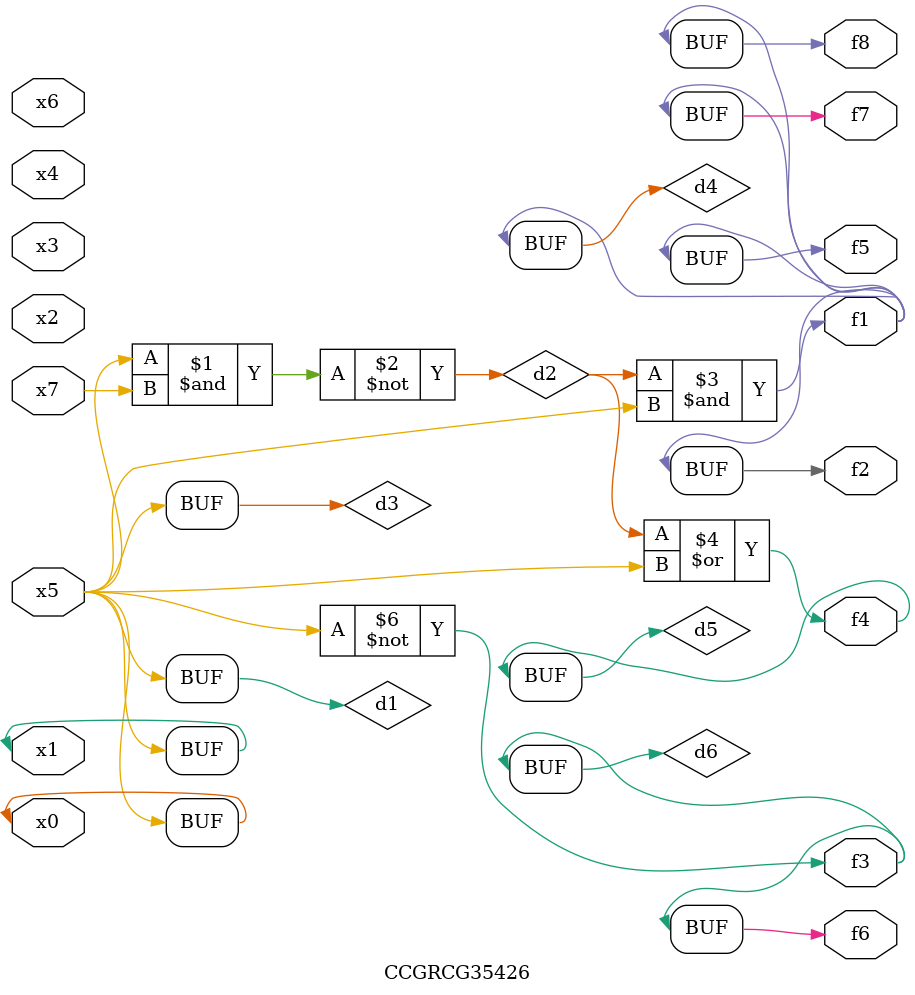
<source format=v>
module CCGRCG35426(
	input x0, x1, x2, x3, x4, x5, x6, x7,
	output f1, f2, f3, f4, f5, f6, f7, f8
);

	wire d1, d2, d3, d4, d5, d6;

	buf (d1, x0, x5);
	nand (d2, x5, x7);
	buf (d3, x0, x1);
	and (d4, d2, d3);
	or (d5, d2, d3);
	nor (d6, d1, d3);
	assign f1 = d4;
	assign f2 = d4;
	assign f3 = d6;
	assign f4 = d5;
	assign f5 = d4;
	assign f6 = d6;
	assign f7 = d4;
	assign f8 = d4;
endmodule

</source>
